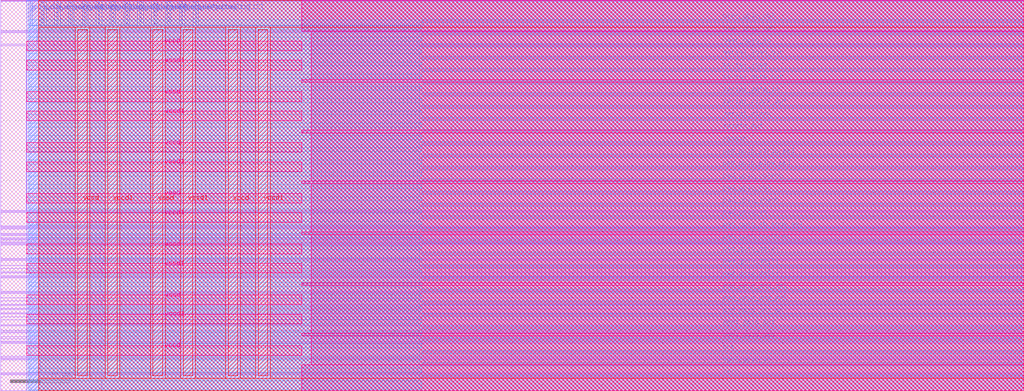
<source format=lef>
VERSION 5.7 ;
  NOWIREEXTENSIONATPIN ON ;
  DIVIDERCHAR "/" ;
  BUSBITCHARS "[]" ;
MACRO gpio_control_block
  CLASS BLOCK ;
  FOREIGN gpio_control_block ;
  ORIGIN 0.000 0.000 ;
  SIZE 170.000 BY 65.000 ;
  PIN gpio_defaults[0]
    DIRECTION INPUT ;
    USE SIGNAL ;
    PORT
      LAYER met2 ;
        RECT 4.690 61.000 4.970 65.000 ;
    END
  END gpio_defaults[0]
  PIN gpio_defaults[10]
    DIRECTION INPUT ;
    USE SIGNAL ;
    PORT
      LAYER met2 ;
        RECT 27.690 61.000 27.970 65.000 ;
    END
  END gpio_defaults[10]
  PIN gpio_defaults[11]
    DIRECTION INPUT ;
    USE SIGNAL ;
    PORT
      LAYER met2 ;
        RECT 29.990 61.000 30.270 65.000 ;
    END
  END gpio_defaults[11]
  PIN gpio_defaults[12]
    DIRECTION INPUT ;
    USE SIGNAL ;
    PORT
      LAYER met2 ;
        RECT 32.290 61.000 32.570 65.000 ;
    END
  END gpio_defaults[12]
  PIN gpio_defaults[1]
    DIRECTION INPUT ;
    USE SIGNAL ;
    PORT
      LAYER met2 ;
        RECT 6.990 61.000 7.270 65.000 ;
    END
  END gpio_defaults[1]
  PIN gpio_defaults[2]
    DIRECTION INPUT ;
    USE SIGNAL ;
    PORT
      LAYER met2 ;
        RECT 9.290 61.000 9.570 65.000 ;
    END
  END gpio_defaults[2]
  PIN gpio_defaults[3]
    DIRECTION INPUT ;
    USE SIGNAL ;
    PORT
      LAYER met2 ;
        RECT 11.590 61.000 11.870 65.000 ;
    END
  END gpio_defaults[3]
  PIN gpio_defaults[4]
    DIRECTION INPUT ;
    USE SIGNAL ;
    PORT
      LAYER met2 ;
        RECT 13.890 61.000 14.170 65.000 ;
    END
  END gpio_defaults[4]
  PIN gpio_defaults[5]
    DIRECTION INPUT ;
    USE SIGNAL ;
    PORT
      LAYER met2 ;
        RECT 16.190 61.000 16.470 65.000 ;
    END
  END gpio_defaults[5]
  PIN gpio_defaults[6]
    DIRECTION INPUT ;
    USE SIGNAL ;
    PORT
      LAYER met2 ;
        RECT 18.490 61.000 18.770 65.000 ;
    END
  END gpio_defaults[6]
  PIN gpio_defaults[7]
    DIRECTION INPUT ;
    USE SIGNAL ;
    PORT
      LAYER met2 ;
        RECT 20.790 61.000 21.070 65.000 ;
    END
  END gpio_defaults[7]
  PIN gpio_defaults[8]
    DIRECTION INPUT ;
    USE SIGNAL ;
    PORT
      LAYER met2 ;
        RECT 23.090 61.000 23.370 65.000 ;
    END
  END gpio_defaults[8]
  PIN gpio_defaults[9]
    DIRECTION INPUT ;
    USE SIGNAL ;
    PORT
      LAYER met2 ;
        RECT 25.390 61.000 25.670 65.000 ;
    END
  END gpio_defaults[9]
  PIN mgmt_gpio_in
    DIRECTION OUTPUT TRISTATE ;
    USE SIGNAL ;
    PORT
      LAYER met3 ;
        RECT 70.000 4.120 170.000 4.720 ;
    END
  END mgmt_gpio_in
  PIN mgmt_gpio_oeb
    DIRECTION INPUT ;
    USE SIGNAL ;
    PORT
      LAYER met3 ;
        RECT 70.000 8.200 170.000 8.800 ;
    END
  END mgmt_gpio_oeb
  PIN mgmt_gpio_out
    DIRECTION INPUT ;
    USE SIGNAL ;
    PORT
      LAYER met3 ;
        RECT 70.000 10.240 170.000 10.840 ;
    END
  END mgmt_gpio_out
  PIN one
    DIRECTION OUTPUT TRISTATE ;
    USE SIGNAL ;
    PORT
      LAYER met3 ;
        RECT 70.000 6.160 170.000 6.760 ;
    END
  END one
  PIN pad_gpio_ana_en
    DIRECTION OUTPUT TRISTATE ;
    USE SIGNAL ;
    PORT
      LAYER met3 ;
        RECT 70.000 12.280 170.000 12.880 ;
    END
  END pad_gpio_ana_en
  PIN pad_gpio_ana_pol
    DIRECTION OUTPUT TRISTATE ;
    USE SIGNAL ;
    PORT
      LAYER met3 ;
        RECT 70.000 14.320 170.000 14.920 ;
    END
  END pad_gpio_ana_pol
  PIN pad_gpio_ana_sel
    DIRECTION OUTPUT TRISTATE ;
    USE SIGNAL ;
    PORT
      LAYER met3 ;
        RECT 70.000 16.360 170.000 16.960 ;
    END
  END pad_gpio_ana_sel
  PIN pad_gpio_dm[0]
    DIRECTION OUTPUT TRISTATE ;
    USE SIGNAL ;
    PORT
      LAYER met3 ;
        RECT 70.000 18.400 170.000 19.000 ;
    END
  END pad_gpio_dm[0]
  PIN pad_gpio_dm[1]
    DIRECTION OUTPUT TRISTATE ;
    USE SIGNAL ;
    PORT
      LAYER met3 ;
        RECT 70.000 20.440 170.000 21.040 ;
    END
  END pad_gpio_dm[1]
  PIN pad_gpio_dm[2]
    DIRECTION OUTPUT TRISTATE ;
    USE SIGNAL ;
    PORT
      LAYER met3 ;
        RECT 70.000 22.480 170.000 23.080 ;
    END
  END pad_gpio_dm[2]
  PIN pad_gpio_holdover
    DIRECTION OUTPUT TRISTATE ;
    USE SIGNAL ;
    PORT
      LAYER met3 ;
        RECT 70.000 24.520 170.000 25.120 ;
    END
  END pad_gpio_holdover
  PIN pad_gpio_ib_mode_sel
    DIRECTION OUTPUT TRISTATE ;
    USE SIGNAL ;
    PORT
      LAYER met3 ;
        RECT 70.000 26.560 170.000 27.160 ;
    END
  END pad_gpio_ib_mode_sel
  PIN pad_gpio_in
    DIRECTION INPUT ;
    USE SIGNAL ;
    PORT
      LAYER met3 ;
        RECT 70.000 28.600 170.000 29.200 ;
    END
  END pad_gpio_in
  PIN pad_gpio_inenb
    DIRECTION OUTPUT TRISTATE ;
    USE SIGNAL ;
    PORT
      LAYER met3 ;
        RECT 70.000 30.640 170.000 31.240 ;
    END
  END pad_gpio_inenb
  PIN pad_gpio_out
    DIRECTION OUTPUT TRISTATE ;
    USE SIGNAL ;
    PORT
      LAYER met3 ;
        RECT 70.000 32.680 170.000 33.280 ;
    END
  END pad_gpio_out
  PIN pad_gpio_outenb
    DIRECTION OUTPUT TRISTATE ;
    USE SIGNAL ;
    PORT
      LAYER met3 ;
        RECT 70.000 34.720 170.000 35.320 ;
    END
  END pad_gpio_outenb
  PIN pad_gpio_slow_sel
    DIRECTION OUTPUT TRISTATE ;
    USE SIGNAL ;
    PORT
      LAYER met3 ;
        RECT 70.000 36.760 170.000 37.360 ;
    END
  END pad_gpio_slow_sel
  PIN pad_gpio_vtrip_sel
    DIRECTION OUTPUT TRISTATE ;
    USE SIGNAL ;
    PORT
      LAYER met3 ;
        RECT 70.000 38.800 170.000 39.400 ;
    END
  END pad_gpio_vtrip_sel
  PIN resetn
    DIRECTION INPUT ;
    USE SIGNAL ;
    PORT
      LAYER met3 ;
        RECT 70.000 40.840 170.000 41.440 ;
    END
  END resetn
  PIN resetn_out
    DIRECTION OUTPUT TRISTATE ;
    USE SIGNAL ;
    PORT
      LAYER met3 ;
        RECT 70.000 42.880 170.000 43.480 ;
    END
  END resetn_out
  PIN serial_clock
    DIRECTION INPUT ;
    USE SIGNAL ;
    PORT
      LAYER met3 ;
        RECT 70.000 44.920 170.000 45.520 ;
    END
  END serial_clock
  PIN serial_clock_out
    DIRECTION OUTPUT TRISTATE ;
    USE SIGNAL ;
    PORT
      LAYER met3 ;
        RECT 70.000 46.960 170.000 47.560 ;
    END
  END serial_clock_out
  PIN serial_data_in
    DIRECTION INPUT ;
    USE SIGNAL ;
    PORT
      LAYER met3 ;
        RECT 70.000 49.000 170.000 49.600 ;
    END
  END serial_data_in
  PIN serial_data_out
    DIRECTION OUTPUT TRISTATE ;
    USE SIGNAL ;
    PORT
      LAYER met3 ;
        RECT 70.000 51.040 170.000 51.640 ;
    END
  END serial_data_out
  PIN serial_load
    DIRECTION INPUT ;
    USE SIGNAL ;
    PORT
      LAYER met3 ;
        RECT 70.000 53.080 170.000 53.680 ;
    END
  END serial_load
  PIN serial_load_out
    DIRECTION OUTPUT TRISTATE ;
    USE SIGNAL ;
    PORT
      LAYER met3 ;
        RECT 70.000 55.120 170.000 55.720 ;
    END
  END serial_load_out
  PIN user_gpio_in
    DIRECTION OUTPUT TRISTATE ;
    USE SIGNAL ;
    PORT
      LAYER met3 ;
        RECT 70.000 57.160 170.000 57.760 ;
    END
  END user_gpio_in
  PIN user_gpio_oeb
    DIRECTION INPUT ;
    USE SIGNAL ;
    PORT
      LAYER met3 ;
        RECT 70.000 59.200 170.000 59.800 ;
    END
  END user_gpio_oeb
  PIN user_gpio_out
    DIRECTION INPUT ;
    USE SIGNAL ;
    PORT
      LAYER met3 ;
        RECT 70.000 61.240 170.000 61.840 ;
    END
  END user_gpio_out
  PIN vccd
    DIRECTION INOUT ;
    USE POWER ;
    PORT
      LAYER met4 ;
        RECT 12.800 2.480 14.400 60.080 ;
    END
    PORT
      LAYER met4 ;
        RECT 37.800 2.480 39.400 60.080 ;
    END
    PORT
      LAYER met5 ;
        RECT 4.360 5.900 50.000 7.500 ;
    END
    PORT
      LAYER met5 ;
        RECT 4.360 22.800 50.000 24.400 ;
    END
    PORT
      LAYER met5 ;
        RECT 4.360 39.700 50.000 41.300 ;
    END
    PORT
      LAYER met5 ;
        RECT 4.360 56.600 50.000 58.200 ;
    END
  END vccd
  PIN vccd1
    DIRECTION INOUT ;
    USE POWER ;
    PORT
      LAYER met4 ;
        RECT 17.800 2.480 19.400 60.080 ;
    END
    PORT
      LAYER met4 ;
        RECT 42.800 2.480 44.400 60.080 ;
    END
    PORT
      LAYER met5 ;
        RECT 4.360 11.140 50.000 12.740 ;
    END
    PORT
      LAYER met5 ;
        RECT 4.360 28.040 50.000 29.640 ;
    END
    PORT
      LAYER met5 ;
        RECT 4.360 44.940 50.000 46.540 ;
    END
  END vccd1
  PIN vssd
    DIRECTION INOUT ;
    USE GROUND ;
    PORT
      LAYER met4 ;
        RECT 25.300 2.480 26.900 60.080 ;
    END
    PORT
      LAYER met5 ;
        RECT 4.360 14.350 50.000 15.950 ;
    END
    PORT
      LAYER met5 ;
        RECT 4.360 31.250 50.000 32.850 ;
    END
    PORT
      LAYER met5 ;
        RECT 4.360 48.150 50.000 49.750 ;
    END
  END vssd
  PIN vssd1
    DIRECTION INOUT ;
    USE GROUND ;
    PORT
      LAYER met4 ;
        RECT 30.300 2.480 31.900 60.080 ;
    END
    PORT
      LAYER met5 ;
        RECT 4.360 19.590 50.000 21.190 ;
    END
    PORT
      LAYER met5 ;
        RECT 4.360 36.490 50.000 38.090 ;
    END
    PORT
      LAYER met5 ;
        RECT 4.360 53.390 50.000 54.990 ;
    END
  END vssd1
  PIN zero
    DIRECTION OUTPUT TRISTATE ;
    USE SIGNAL ;
    PORT
      LAYER met3 ;
        RECT 70.000 2.080 170.000 2.680 ;
    END
  END zero
  OBS
      LAYER li1 ;
        RECT 0.000 64.930 4.265 65.070 ;
      LAYER li1 ;
        RECT 4.265 64.930 169.810 65.000 ;
      LAYER li1 ;
        RECT 0.000 64.845 49.815 64.930 ;
      LAYER li1 ;
        RECT 49.815 64.845 169.810 64.930 ;
      LAYER li1 ;
        RECT 0.000 59.925 169.810 64.845 ;
        RECT 0.000 59.755 4.745 59.925 ;
      LAYER li1 ;
        RECT 4.745 59.755 169.810 59.925 ;
      LAYER li1 ;
        RECT 0.000 59.585 169.810 59.755 ;
        RECT 0.000 57.645 6.100 59.585 ;
      LAYER li1 ;
        RECT 6.100 57.645 169.810 59.585 ;
      LAYER li1 ;
        RECT 0.000 57.405 8.925 57.645 ;
      LAYER li1 ;
        RECT 8.925 57.405 169.810 57.645 ;
      LAYER li1 ;
        RECT 0.000 30.025 4.265 57.405 ;
      LAYER li1 ;
        RECT 4.265 30.025 169.810 57.405 ;
      LAYER li1 ;
        RECT 0.000 30.005 16.795 30.025 ;
      LAYER li1 ;
        RECT 16.795 30.005 169.810 30.025 ;
      LAYER li1 ;
        RECT 0.000 29.835 4.745 30.005 ;
      LAYER li1 ;
        RECT 4.745 29.835 169.810 30.005 ;
      LAYER li1 ;
        RECT 0.000 29.665 16.795 29.835 ;
      LAYER li1 ;
        RECT 16.795 29.665 169.810 29.835 ;
      LAYER li1 ;
        RECT 0.000 27.455 6.065 29.665 ;
      LAYER li1 ;
        RECT 6.065 27.455 169.810 29.665 ;
      LAYER li1 ;
        RECT 0.000 27.285 16.795 27.455 ;
      LAYER li1 ;
        RECT 16.795 27.285 169.810 27.455 ;
      LAYER li1 ;
        RECT 0.000 27.115 4.745 27.285 ;
      LAYER li1 ;
        RECT 4.745 27.115 169.810 27.285 ;
      LAYER li1 ;
        RECT 0.000 26.945 16.795 27.115 ;
      LAYER li1 ;
        RECT 16.795 26.945 169.810 27.115 ;
      LAYER li1 ;
        RECT 0.000 26.185 16.905 26.945 ;
      LAYER li1 ;
        RECT 16.905 26.185 169.810 26.945 ;
      LAYER li1 ;
        RECT 0.000 26.015 17.450 26.185 ;
      LAYER li1 ;
        RECT 17.450 26.015 169.810 26.185 ;
      LAYER li1 ;
        RECT 0.000 25.835 16.795 26.015 ;
      LAYER li1 ;
        RECT 16.795 25.835 169.810 26.015 ;
      LAYER li1 ;
        RECT 0.000 25.465 16.645 25.835 ;
      LAYER li1 ;
        RECT 16.645 25.465 169.810 25.835 ;
      LAYER li1 ;
        RECT 0.000 25.285 16.795 25.465 ;
      LAYER li1 ;
        RECT 16.795 25.285 169.810 25.465 ;
      LAYER li1 ;
        RECT 0.000 25.115 17.450 25.285 ;
      LAYER li1 ;
        RECT 17.450 25.115 169.810 25.285 ;
      LAYER li1 ;
        RECT 0.000 24.735 16.905 25.115 ;
      LAYER li1 ;
        RECT 16.905 24.735 169.810 25.115 ;
      LAYER li1 ;
        RECT 0.000 24.565 16.795 24.735 ;
      LAYER li1 ;
        RECT 16.795 24.565 169.810 24.735 ;
      LAYER li1 ;
        RECT 0.000 24.395 15.325 24.565 ;
      LAYER li1 ;
        RECT 15.325 24.395 169.810 24.565 ;
      LAYER li1 ;
        RECT 0.000 24.225 16.795 24.395 ;
      LAYER li1 ;
        RECT 16.795 24.225 169.810 24.395 ;
      LAYER li1 ;
        RECT 0.000 22.015 16.645 24.225 ;
      LAYER li1 ;
        RECT 16.645 22.015 169.810 24.225 ;
      LAYER li1 ;
        RECT 0.000 21.845 16.795 22.015 ;
      LAYER li1 ;
        RECT 16.795 21.845 169.810 22.015 ;
      LAYER li1 ;
        RECT 0.000 21.675 15.325 21.845 ;
      LAYER li1 ;
        RECT 15.325 21.675 169.810 21.845 ;
      LAYER li1 ;
        RECT 0.000 20.865 16.950 21.675 ;
      LAYER li1 ;
        RECT 16.950 20.865 169.810 21.675 ;
      LAYER li1 ;
        RECT 0.000 20.365 16.795 20.865 ;
      LAYER li1 ;
        RECT 16.795 20.365 169.810 20.865 ;
      LAYER li1 ;
        RECT 0.000 19.805 16.645 20.365 ;
      LAYER li1 ;
        RECT 16.645 19.805 169.810 20.365 ;
      LAYER li1 ;
        RECT 0.000 19.635 16.795 19.805 ;
      LAYER li1 ;
        RECT 16.795 19.635 169.810 19.805 ;
      LAYER li1 ;
        RECT 0.000 19.125 16.950 19.635 ;
      LAYER li1 ;
        RECT 16.950 19.125 169.810 19.635 ;
      LAYER li1 ;
        RECT 0.000 18.955 15.325 19.125 ;
      LAYER li1 ;
        RECT 15.325 18.955 169.810 19.125 ;
      LAYER li1 ;
        RECT 0.000 18.785 16.795 18.955 ;
      LAYER li1 ;
        RECT 16.795 18.785 169.810 18.955 ;
      LAYER li1 ;
        RECT 0.000 16.575 16.645 18.785 ;
      LAYER li1 ;
        RECT 16.645 16.575 169.810 18.785 ;
      LAYER li1 ;
        RECT 0.000 16.405 16.795 16.575 ;
      LAYER li1 ;
        RECT 16.795 16.405 169.810 16.575 ;
      LAYER li1 ;
        RECT 0.000 16.235 15.325 16.405 ;
      LAYER li1 ;
        RECT 15.325 16.235 169.810 16.405 ;
      LAYER li1 ;
        RECT 0.000 15.425 16.950 16.235 ;
      LAYER li1 ;
        RECT 16.950 15.425 169.810 16.235 ;
      LAYER li1 ;
        RECT 0.000 14.925 16.795 15.425 ;
      LAYER li1 ;
        RECT 16.795 14.925 169.810 15.425 ;
      LAYER li1 ;
        RECT 0.000 14.365 16.645 14.925 ;
      LAYER li1 ;
        RECT 16.645 14.365 169.810 14.925 ;
      LAYER li1 ;
        RECT 0.000 14.195 16.795 14.365 ;
      LAYER li1 ;
        RECT 16.795 14.195 169.810 14.365 ;
      LAYER li1 ;
        RECT 0.000 13.685 16.950 14.195 ;
      LAYER li1 ;
        RECT 16.950 13.685 169.810 14.195 ;
      LAYER li1 ;
        RECT 0.000 13.515 15.325 13.685 ;
      LAYER li1 ;
        RECT 15.325 13.515 169.810 13.685 ;
      LAYER li1 ;
        RECT 0.000 13.005 16.950 13.515 ;
      LAYER li1 ;
        RECT 16.950 13.005 169.810 13.515 ;
      LAYER li1 ;
        RECT 0.000 12.835 16.795 13.005 ;
      LAYER li1 ;
        RECT 16.795 12.835 169.810 13.005 ;
      LAYER li1 ;
        RECT 0.000 12.275 16.645 12.835 ;
      LAYER li1 ;
        RECT 16.645 12.275 169.810 12.835 ;
      LAYER li1 ;
        RECT 0.000 11.775 16.795 12.275 ;
      LAYER li1 ;
        RECT 16.795 11.775 169.810 12.275 ;
      LAYER li1 ;
        RECT 0.000 10.965 16.950 11.775 ;
      LAYER li1 ;
        RECT 16.950 10.965 169.810 11.775 ;
      LAYER li1 ;
        RECT 0.000 10.795 15.325 10.965 ;
      LAYER li1 ;
        RECT 15.325 10.795 169.810 10.965 ;
      LAYER li1 ;
        RECT 0.000 10.020 16.795 10.795 ;
      LAYER li1 ;
        RECT 16.795 10.020 169.810 10.795 ;
      LAYER li1 ;
        RECT 0.000 9.825 16.970 10.020 ;
      LAYER li1 ;
        RECT 16.970 9.825 169.810 10.020 ;
      LAYER li1 ;
        RECT 0.000 9.655 17.920 9.825 ;
      LAYER li1 ;
        RECT 17.920 9.655 169.810 9.825 ;
      LAYER li1 ;
        RECT 0.000 9.000 16.840 9.655 ;
      LAYER li1 ;
        RECT 16.840 9.000 169.810 9.655 ;
      LAYER li1 ;
        RECT 0.000 8.670 16.905 9.000 ;
      LAYER li1 ;
        RECT 16.905 8.670 169.810 9.000 ;
      LAYER li1 ;
        RECT 0.000 8.245 16.795 8.670 ;
      LAYER li1 ;
        RECT 16.795 8.245 169.810 8.670 ;
      LAYER li1 ;
        RECT 0.000 8.075 15.325 8.245 ;
      LAYER li1 ;
        RECT 15.325 8.075 169.810 8.245 ;
      LAYER li1 ;
        RECT 0.000 7.905 16.795 8.075 ;
      LAYER li1 ;
        RECT 16.795 7.905 169.810 8.075 ;
      LAYER li1 ;
        RECT 0.000 5.695 16.645 7.905 ;
      LAYER li1 ;
        RECT 16.645 5.695 169.810 7.905 ;
      LAYER li1 ;
        RECT 0.000 5.525 16.795 5.695 ;
      LAYER li1 ;
        RECT 16.795 5.525 169.810 5.695 ;
      LAYER li1 ;
        RECT 0.000 5.355 4.745 5.525 ;
      LAYER li1 ;
        RECT 4.745 5.355 169.810 5.525 ;
      LAYER li1 ;
        RECT 0.000 5.185 16.795 5.355 ;
      LAYER li1 ;
        RECT 16.795 5.185 169.810 5.355 ;
      LAYER li1 ;
        RECT 0.000 2.975 6.525 5.185 ;
      LAYER li1 ;
        RECT 6.525 2.975 169.810 5.185 ;
      LAYER li1 ;
        RECT 0.000 2.805 16.795 2.975 ;
      LAYER li1 ;
        RECT 16.795 2.805 169.810 2.975 ;
      LAYER li1 ;
        RECT 0.000 2.635 4.745 2.805 ;
      LAYER li1 ;
        RECT 4.745 2.635 169.810 2.805 ;
      LAYER li1 ;
        RECT 0.000 0.000 16.795 2.635 ;
      LAYER li1 ;
        RECT 16.795 0.000 169.810 2.635 ;
      LAYER met1 ;
        RECT 4.300 0.000 170.000 65.000 ;
      LAYER met2 ;
        RECT 5.250 60.720 6.710 65.000 ;
        RECT 7.550 60.720 9.010 65.000 ;
        RECT 9.850 60.720 11.310 65.000 ;
        RECT 12.150 60.720 13.610 65.000 ;
        RECT 14.450 60.720 15.910 65.000 ;
        RECT 16.750 60.720 18.210 65.000 ;
        RECT 19.050 60.720 20.510 65.000 ;
        RECT 21.350 60.720 22.810 65.000 ;
        RECT 23.650 60.720 25.110 65.000 ;
        RECT 25.950 60.720 27.410 65.000 ;
        RECT 28.250 60.720 29.710 65.000 ;
        RECT 30.550 60.720 32.010 65.000 ;
        RECT 32.850 60.720 170.000 65.000 ;
        RECT 4.690 0.000 170.000 60.720 ;
      LAYER met3 ;
        RECT 4.665 60.840 69.600 61.705 ;
        RECT 4.665 60.200 70.000 60.840 ;
        RECT 4.665 58.800 69.600 60.200 ;
        RECT 4.665 58.160 70.000 58.800 ;
        RECT 4.665 56.760 69.600 58.160 ;
        RECT 4.665 56.120 70.000 56.760 ;
        RECT 4.665 54.720 69.600 56.120 ;
        RECT 4.665 54.080 70.000 54.720 ;
        RECT 4.665 52.680 69.600 54.080 ;
        RECT 4.665 52.040 70.000 52.680 ;
        RECT 4.665 50.640 69.600 52.040 ;
        RECT 4.665 50.000 70.000 50.640 ;
        RECT 4.665 48.600 69.600 50.000 ;
        RECT 4.665 47.960 70.000 48.600 ;
        RECT 4.665 46.560 69.600 47.960 ;
        RECT 4.665 45.920 70.000 46.560 ;
        RECT 4.665 44.520 69.600 45.920 ;
        RECT 4.665 43.880 70.000 44.520 ;
        RECT 4.665 42.480 69.600 43.880 ;
        RECT 4.665 41.840 70.000 42.480 ;
        RECT 4.665 40.440 69.600 41.840 ;
        RECT 4.665 39.800 70.000 40.440 ;
        RECT 4.665 38.400 69.600 39.800 ;
        RECT 4.665 37.760 70.000 38.400 ;
        RECT 4.665 36.360 69.600 37.760 ;
        RECT 4.665 35.720 70.000 36.360 ;
        RECT 4.665 34.320 69.600 35.720 ;
        RECT 4.665 33.680 70.000 34.320 ;
        RECT 4.665 32.280 69.600 33.680 ;
        RECT 4.665 31.640 70.000 32.280 ;
        RECT 4.665 30.240 69.600 31.640 ;
        RECT 4.665 29.600 70.000 30.240 ;
        RECT 4.665 28.200 69.600 29.600 ;
        RECT 4.665 27.560 70.000 28.200 ;
        RECT 4.665 26.160 69.600 27.560 ;
        RECT 4.665 25.520 70.000 26.160 ;
        RECT 4.665 24.120 69.600 25.520 ;
        RECT 4.665 23.480 70.000 24.120 ;
        RECT 4.665 22.080 69.600 23.480 ;
        RECT 4.665 21.440 70.000 22.080 ;
        RECT 4.665 20.040 69.600 21.440 ;
        RECT 4.665 19.400 70.000 20.040 ;
        RECT 4.665 18.000 69.600 19.400 ;
        RECT 4.665 17.360 70.000 18.000 ;
        RECT 4.665 15.960 69.600 17.360 ;
        RECT 4.665 15.320 70.000 15.960 ;
        RECT 4.665 13.920 69.600 15.320 ;
        RECT 4.665 13.280 70.000 13.920 ;
        RECT 4.665 11.880 69.600 13.280 ;
        RECT 4.665 11.240 70.000 11.880 ;
        RECT 4.665 9.840 69.600 11.240 ;
        RECT 4.665 9.200 70.000 9.840 ;
        RECT 4.665 7.800 69.600 9.200 ;
        RECT 4.665 7.160 70.000 7.800 ;
        RECT 4.665 5.760 69.600 7.160 ;
        RECT 4.665 5.120 70.000 5.760 ;
        RECT 4.665 3.720 69.600 5.120 ;
        RECT 4.665 3.080 70.000 3.720 ;
        RECT 4.665 1.680 69.600 3.080 ;
        RECT 4.665 0.175 70.000 1.680 ;
      LAYER met4 ;
        RECT 6.280 60.480 170.000 65.000 ;
        RECT 6.280 2.080 12.400 60.480 ;
        RECT 14.800 2.080 17.400 60.480 ;
        RECT 19.800 2.080 24.900 60.480 ;
        RECT 27.300 2.080 29.900 60.480 ;
        RECT 32.300 2.080 37.400 60.480 ;
        RECT 39.800 2.080 42.400 60.480 ;
        RECT 44.800 2.080 170.000 60.480 ;
        RECT 6.280 0.000 170.000 2.080 ;
      LAYER met5 ;
        RECT 50.000 59.800 170.000 65.000 ;
        RECT 51.600 51.790 170.000 59.800 ;
        RECT 50.000 51.350 170.000 51.790 ;
        RECT 51.600 43.340 170.000 51.350 ;
        RECT 50.000 42.900 170.000 43.340 ;
        RECT 51.600 34.890 170.000 42.900 ;
        RECT 50.000 34.450 170.000 34.890 ;
        RECT 51.600 26.440 170.000 34.450 ;
        RECT 50.000 26.000 170.000 26.440 ;
        RECT 51.600 17.990 170.000 26.000 ;
        RECT 50.000 17.550 170.000 17.990 ;
        RECT 51.600 9.540 170.000 17.550 ;
        RECT 50.000 9.100 170.000 9.540 ;
        RECT 51.600 4.300 170.000 9.100 ;
        RECT 50.000 0.000 170.000 4.300 ;
  END
END gpio_control_block
END LIBRARY


</source>
